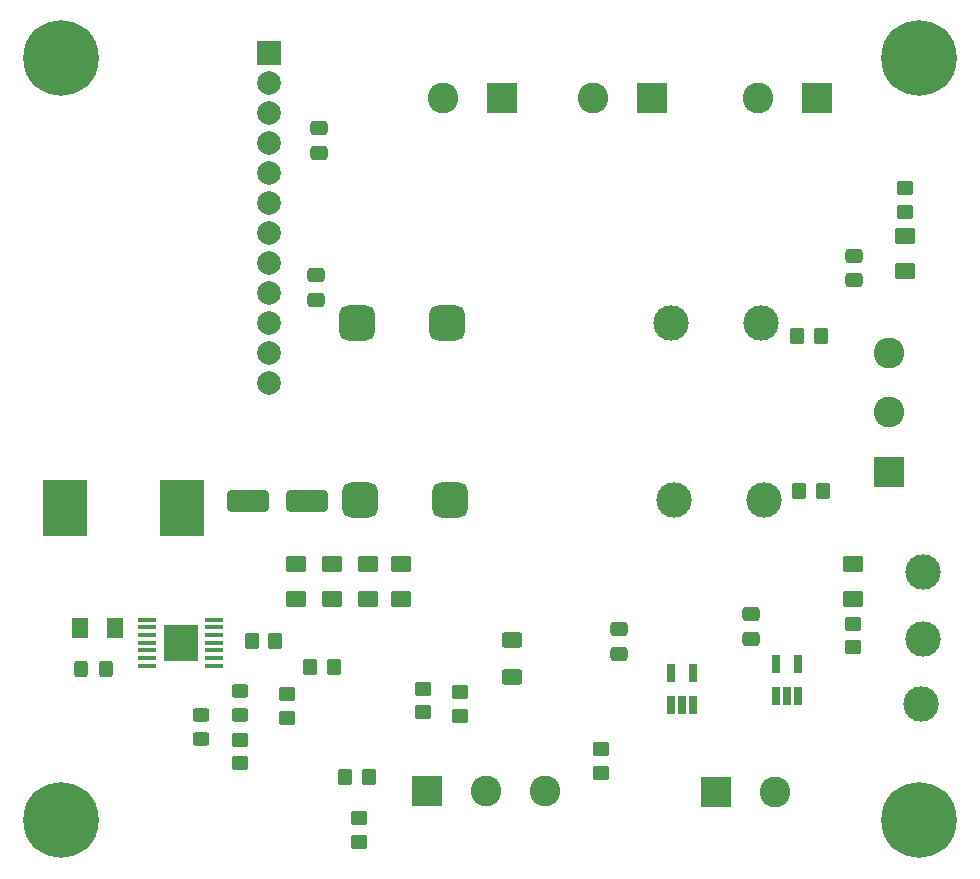
<source format=gts>
G04 #@! TF.GenerationSoftware,KiCad,Pcbnew,7.0.9*
G04 #@! TF.CreationDate,2024-04-16T14:42:34-04:00*
G04 #@! TF.ProjectId,Converters,436f6e76-6572-4746-9572-732e6b696361,rev?*
G04 #@! TF.SameCoordinates,Original*
G04 #@! TF.FileFunction,Soldermask,Top*
G04 #@! TF.FilePolarity,Negative*
%FSLAX46Y46*%
G04 Gerber Fmt 4.6, Leading zero omitted, Abs format (unit mm)*
G04 Created by KiCad (PCBNEW 7.0.9) date 2024-04-16 14:42:34*
%MOMM*%
%LPD*%
G01*
G04 APERTURE LIST*
G04 Aperture macros list*
%AMRoundRect*
0 Rectangle with rounded corners*
0 $1 Rounding radius*
0 $2 $3 $4 $5 $6 $7 $8 $9 X,Y pos of 4 corners*
0 Add a 4 corners polygon primitive as box body*
4,1,4,$2,$3,$4,$5,$6,$7,$8,$9,$2,$3,0*
0 Add four circle primitives for the rounded corners*
1,1,$1+$1,$2,$3*
1,1,$1+$1,$4,$5*
1,1,$1+$1,$6,$7*
1,1,$1+$1,$8,$9*
0 Add four rect primitives between the rounded corners*
20,1,$1+$1,$2,$3,$4,$5,0*
20,1,$1+$1,$4,$5,$6,$7,0*
20,1,$1+$1,$6,$7,$8,$9,0*
20,1,$1+$1,$8,$9,$2,$3,0*%
G04 Aperture macros list end*
%ADD10R,2.600000X2.600000*%
%ADD11C,2.600000*%
%ADD12RoundRect,0.250000X-0.450000X0.350000X-0.450000X-0.350000X0.450000X-0.350000X0.450000X0.350000X0*%
%ADD13R,3.800000X4.800000*%
%ADD14RoundRect,0.250000X0.350000X0.450000X-0.350000X0.450000X-0.350000X-0.450000X0.350000X-0.450000X0*%
%ADD15R,0.650000X1.560000*%
%ADD16RoundRect,0.250000X0.325000X0.450000X-0.325000X0.450000X-0.325000X-0.450000X0.325000X-0.450000X0*%
%ADD17RoundRect,0.250001X0.462499X0.624999X-0.462499X0.624999X-0.462499X-0.624999X0.462499X-0.624999X0*%
%ADD18C,0.800000*%
%ADD19C,6.400000*%
%ADD20RoundRect,0.250001X-0.624999X0.462499X-0.624999X-0.462499X0.624999X-0.462499X0.624999X0.462499X0*%
%ADD21RoundRect,0.750000X-0.750000X-0.750000X0.750000X-0.750000X0.750000X0.750000X-0.750000X0.750000X0*%
%ADD22C,3.000000*%
%ADD23RoundRect,0.250000X-0.475000X0.337500X-0.475000X-0.337500X0.475000X-0.337500X0.475000X0.337500X0*%
%ADD24R,3.000000X3.100000*%
%ADD25RoundRect,0.100000X-0.687500X-0.100000X0.687500X-0.100000X0.687500X0.100000X-0.687500X0.100000X0*%
%ADD26RoundRect,0.250000X-0.350000X-0.450000X0.350000X-0.450000X0.350000X0.450000X-0.350000X0.450000X0*%
%ADD27RoundRect,0.250000X0.450000X-0.350000X0.450000X0.350000X-0.450000X0.350000X-0.450000X-0.350000X0*%
%ADD28R,2.000000X2.000000*%
%ADD29C,2.000000*%
%ADD30RoundRect,0.250000X0.475000X-0.337500X0.475000X0.337500X-0.475000X0.337500X-0.475000X-0.337500X0*%
%ADD31RoundRect,0.250001X0.624999X-0.462499X0.624999X0.462499X-0.624999X0.462499X-0.624999X-0.462499X0*%
%ADD32RoundRect,0.250000X-0.625000X0.400000X-0.625000X-0.400000X0.625000X-0.400000X0.625000X0.400000X0*%
%ADD33RoundRect,0.250000X-0.450000X0.325000X-0.450000X-0.325000X0.450000X-0.325000X0.450000X0.325000X0*%
%ADD34RoundRect,0.250000X1.500000X0.650000X-1.500000X0.650000X-1.500000X-0.650000X1.500000X-0.650000X0*%
G04 APERTURE END LIST*
D10*
X145796000Y-74521923D03*
D11*
X140796000Y-74521923D03*
D12*
X154127200Y-129606800D03*
X154127200Y-131606800D03*
D13*
X108775000Y-109200000D03*
X118675000Y-109200000D03*
D10*
X178562000Y-106111923D03*
D11*
X178562000Y-101111923D03*
X178562000Y-96111923D03*
D14*
X134500000Y-132000000D03*
X132500000Y-132000000D03*
D15*
X160086000Y-123139200D03*
X161986000Y-123139200D03*
X161986000Y-125839200D03*
X161036000Y-125839200D03*
X160086000Y-125839200D03*
D16*
X110179200Y-122812200D03*
X112229200Y-122812200D03*
D17*
X113044300Y-119380000D03*
X110069300Y-119380000D03*
D18*
X106058000Y-135636000D03*
X106760944Y-133938944D03*
X106760944Y-137333056D03*
X108458000Y-133236000D03*
D19*
X108458000Y-135636000D03*
D18*
X108458000Y-138036000D03*
X110155056Y-133938944D03*
X110155056Y-137333056D03*
X110858000Y-135636000D03*
D20*
X134416800Y-113919000D03*
X134416800Y-116894000D03*
D21*
X133771000Y-108557923D03*
X141391000Y-108557923D03*
D22*
X160361000Y-108557923D03*
X167981000Y-108557923D03*
D12*
X142240000Y-124813923D03*
X142240000Y-126813923D03*
D22*
X181400000Y-114653923D03*
D23*
X130300000Y-77040423D03*
X130300000Y-79115423D03*
D10*
X172426000Y-74513923D03*
D11*
X167426000Y-74513923D03*
D23*
X166878000Y-118188423D03*
X166878000Y-120263423D03*
D12*
X123579200Y-130812200D03*
X123579200Y-128812200D03*
D10*
X139446000Y-133195923D03*
D11*
X144446000Y-133195923D03*
X149446000Y-133195923D03*
D24*
X118579200Y-120612200D03*
D25*
X115716700Y-118662200D03*
X115716700Y-119312200D03*
X115716700Y-119962200D03*
X115716700Y-120612200D03*
X115716700Y-121262200D03*
X115716700Y-121912200D03*
X115716700Y-122562200D03*
X121441700Y-122562200D03*
X121441700Y-121912200D03*
X121441700Y-121262200D03*
X121441700Y-120612200D03*
X121441700Y-119962200D03*
X121441700Y-119312200D03*
X121441700Y-118662200D03*
D26*
X170958000Y-107795923D03*
X172958000Y-107795923D03*
D27*
X179900000Y-84100000D03*
X179900000Y-82100000D03*
D18*
X178702000Y-135636000D03*
X179404944Y-133938944D03*
X179404944Y-137333056D03*
X181102000Y-133236000D03*
D19*
X181102000Y-135636000D03*
D18*
X181102000Y-138036000D03*
X182799056Y-133938944D03*
X182799056Y-137333056D03*
X183502000Y-135636000D03*
X178702000Y-71120000D03*
X179404944Y-69422944D03*
X179404944Y-72817056D03*
X181102000Y-68720000D03*
D19*
X181102000Y-71120000D03*
D18*
X181102000Y-73520000D03*
X182799056Y-69422944D03*
X182799056Y-72817056D03*
X183502000Y-71120000D03*
D22*
X181400000Y-120300000D03*
D28*
X126044000Y-70691923D03*
D29*
X126044000Y-73231923D03*
X126044000Y-75771923D03*
X126044000Y-78311923D03*
X126044000Y-80851923D03*
X126044000Y-83391923D03*
X126044000Y-85931923D03*
X126044000Y-88471923D03*
X126044000Y-91011923D03*
X126044000Y-93551923D03*
X126044000Y-96091923D03*
X126044000Y-98631923D03*
D30*
X130048000Y-91582923D03*
X130048000Y-89507923D03*
D26*
X126577600Y-120497600D03*
X124577600Y-120497600D03*
D20*
X128320800Y-113904700D03*
X128320800Y-116879700D03*
D30*
X175600000Y-89900000D03*
X175600000Y-87825000D03*
D31*
X175514000Y-116939923D03*
X175514000Y-113964923D03*
D23*
X155702000Y-119458423D03*
X155702000Y-121533423D03*
D10*
X163870000Y-133203923D03*
D11*
X168870000Y-133203923D03*
D32*
X146608800Y-120370000D03*
X146608800Y-123470000D03*
D26*
X170800000Y-94600000D03*
X172800000Y-94600000D03*
D27*
X139100000Y-126500000D03*
X139100000Y-124500000D03*
D22*
X181254400Y-125780800D03*
D12*
X175514000Y-118987923D03*
X175514000Y-120987923D03*
D33*
X120279200Y-128737200D03*
X120279200Y-126687200D03*
D10*
X158456000Y-74513923D03*
D11*
X153456000Y-74513923D03*
D20*
X131368800Y-113904700D03*
X131368800Y-116879700D03*
D34*
X129300000Y-108600000D03*
X124300000Y-108600000D03*
D12*
X127609600Y-126984000D03*
X127609600Y-124984000D03*
D27*
X133705600Y-137448800D03*
X133705600Y-135448800D03*
D22*
X167727000Y-93571923D03*
X160107000Y-93571923D03*
D21*
X141137000Y-93571923D03*
X133517000Y-93571923D03*
D33*
X123579200Y-126737200D03*
X123579200Y-124687200D03*
D20*
X137236800Y-113915700D03*
X137236800Y-116890700D03*
X179900000Y-86132000D03*
X179900000Y-89107000D03*
D26*
X129556000Y-122682000D03*
X131556000Y-122682000D03*
D15*
X168976000Y-125147923D03*
X169926000Y-125147923D03*
X170876000Y-125147923D03*
X170876000Y-122447923D03*
X168976000Y-122447923D03*
D18*
X106058000Y-71120000D03*
X106760944Y-69422944D03*
X106760944Y-72817056D03*
X108458000Y-68720000D03*
D19*
X108458000Y-71120000D03*
D18*
X108458000Y-73520000D03*
X110155056Y-69422944D03*
X110155056Y-72817056D03*
X110858000Y-71120000D03*
M02*

</source>
